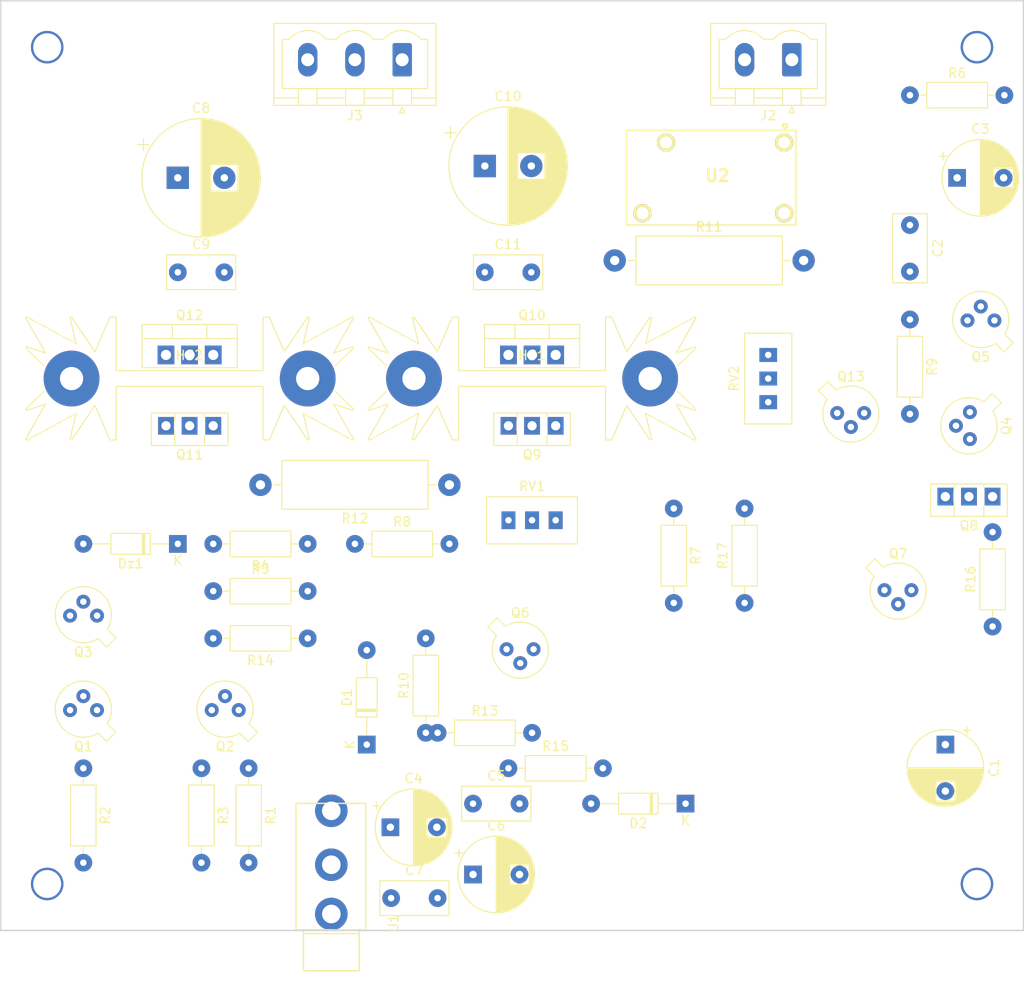
<source format=kicad_pcb>
(kicad_pcb (version 20171130) (host pcbnew "(5.1.9)-1")
  (title_block (title Amplificateur) (date 2021-04-20) (rev V0) (company "INSA GEI") (comment 1 "Par Clémence Arnal et Thomas Boursac"))
  (layers (0 F.Cu signal) (31 B.Cu signal) (34 B.Paste user) (35 F.Paste user) (36 B.SilkS user) (37 F.SilkS user) (38 B.Mask user) (39 F.Mask user) (44 Edge.Cuts user))
  (net 0 "")
  (net 1 "Net-(C1-Pad1)")
  (net 2 "Net-(C1-Pad2)")
  (net 3 "Net-(C2-Pad2)")
  (net 4 "Net-(C2-Pad1)")
  (net 5 -12V)
  (net 6 "Net-(C3-Pad1)")
  (net 7 +12V)
  (net 8 GND)
  (net 9 "Net-(D1-Pad2)")
  (net 10 "Net-(D2-Pad1)")
  (net 11 "Net-(Dz1-Pad2)")
  (net 12 "Net-(J2-Pad1)")
  (net 13 "Net-(Q1-Pad1)")
  (net 14 "Net-(Q2-Pad2)")
  (net 15 "Net-(Q2-Pad3)")
  (net 16 "Net-(Q3-Pad1)")
  (net 17 "Net-(Q4-Pad1)")
  (net 18 "Net-(Q5-Pad1)")
  (net 19 "Net-(Q6-Pad1)")
  (net 20 "Net-(Q6-Pad2)")
  (net 21 "Net-(Q6-Pad3)")
  (net 22 "Net-(Q7-Pad1)")
  (net 23 "Net-(Q8-Pad3)")
  (net 24 "Net-(Q10-Pad1)")
  (net 25 "Net-(Q10-Pad2)")
  (net 26 "Net-(Q11-Pad1)")
  (net 27 "Net-(Q11-Pad2)")
  (net 28 "Net-(R8-Pad2)")
  (net 29 "Net-(R10-Pad2)")
  (net 30 "Net-(R11-Pad2)")
  (net 31 "Net-(U1-PadTN)")
  (module CmpAmpliAudio:CP_Radial_D8.0mm_P5.00mm (layer F.Cu) (at 146.05 124.46 270)
    (fp_text reference C1 (at 2.5 -5.25 90) (layer F.SilkS))
    (fp_text value 47u)
    (pad 1 thru_hole rect (at 0 0 270) (size 1.9 1.9) (drill 0.8) (layers *.Cu *.Mask) (net 1 "Net-(C1-Pad1)"))
    (pad 2 thru_hole circle (at 5 0 270) (size 1.9 1.9) (drill 0.8) (layers *.Cu *.Mask) (net 2 "Net-(C1-Pad2)"))
  )
  (module CmpAmpliAudio:C_Rect_L7.2mm_W3.5mm_P5.00mm_FKS2_FKP2_MKS2_MKP2 (layer F.Cu) (at 142.24 68.58 270)
    (fp_text reference C2 (at 2.5 -3 90) (layer F.SilkS))
    (fp_text value C)
    (pad 2 thru_hole circle (at 5 0 270) (size 1.9 1.9) (drill 0.7) (layers *.Cu *.Mask) (net 3 "Net-(C2-Pad2)"))
    (pad 1 thru_hole circle (at 0 0 270) (size 1.9 1.9) (drill 0.7) (layers *.Cu *.Mask) (net 4 "Net-(C2-Pad1)"))
  )
  (module CmpAmpliAudio:CP_Radial_D8.0mm_P5.00mm (layer F.Cu) (at 147.32 63.5)
    (fp_text reference C3 (at 2.5 -5.25) (layer F.SilkS))
    (fp_text value 47u)
    (pad 2 thru_hole circle (at 5 0) (size 1.9 1.9) (drill 0.8) (layers *.Cu *.Mask) (net 5 -12V))
    (pad 1 thru_hole rect (at 0 0) (size 1.9 1.9) (drill 0.8) (layers *.Cu *.Mask) (net 6 "Net-(C3-Pad1)"))
  )
  (module CmpAmpliAudio:CP_Radial_D8.0mm_P5.00mm (layer F.Cu) (at 86.36 133.35)
    (fp_text reference C4 (at 2.5 -5.25) (layer F.SilkS))
    (fp_text value 10u)
    (pad 1 thru_hole rect (at 0 0) (size 1.9 1.9) (drill 0.8) (layers *.Cu *.Mask) (net 7 +12V))
    (pad 2 thru_hole circle (at 5 0) (size 1.9 1.9) (drill 0.8) (layers *.Cu *.Mask) (net 8 GND))
  )
  (module CmpAmpliAudio:C_Rect_L7.2mm_W3.5mm_P5.00mm_FKS2_FKP2_MKS2_MKP2 (layer F.Cu) (at 95.25 130.81)
    (fp_text reference C5 (at 2.5 -3) (layer F.SilkS))
    (fp_text value 100n)
    (pad 2 thru_hole circle (at 5 0) (size 1.9 1.9) (drill 0.7) (layers *.Cu *.Mask) (net 8 GND))
    (pad 1 thru_hole circle (at 0 0) (size 1.9 1.9) (drill 0.7) (layers *.Cu *.Mask) (net 7 +12V))
  )
  (module CmpAmpliAudio:CP_Radial_D8.0mm_P5.00mm (layer F.Cu) (at 95.25 138.43)
    (fp_text reference C6 (at 2.5 -5.25) (layer F.SilkS))
    (fp_text value 10u)
    (pad 2 thru_hole circle (at 5 0) (size 1.9 1.9) (drill 0.8) (layers *.Cu *.Mask) (net 5 -12V))
    (pad 1 thru_hole rect (at 0 0) (size 1.9 1.9) (drill 0.8) (layers *.Cu *.Mask) (net 8 GND))
  )
  (module CmpAmpliAudio:C_Rect_L7.2mm_W3.5mm_P5.00mm_FKS2_FKP2_MKS2_MKP2 (layer F.Cu) (at 86.44 140.97)
    (fp_text reference C7 (at 2.5 -3) (layer F.SilkS))
    (fp_text value 100n)
    (pad 1 thru_hole circle (at 0 0) (size 1.9 1.9) (drill 0.7) (layers *.Cu *.Mask) (net 8 GND))
    (pad 2 thru_hole circle (at 5 0) (size 1.9 1.9) (drill 0.7) (layers *.Cu *.Mask) (net 5 -12V))
  )
  (module CmpAmpliAudio:CP_Radial_D12.5mm_P5.00mm (layer F.Cu) (at 63.5 63.5)
    (fp_text reference C8 (at 2.5 -7.5) (layer F.SilkS))
    (fp_text value 470u)
    (pad 2 thru_hole circle (at 5 0) (size 2.4 2.4) (drill 0.8) (layers *.Cu *.Mask) (net 8 GND))
    (pad 1 thru_hole rect (at 0 0) (size 2.4 2.4) (drill 0.8) (layers *.Cu *.Mask) (net 7 +12V))
  )
  (module CmpAmpliAudio:C_Rect_L7.2mm_W3.5mm_P5.00mm_FKS2_FKP2_MKS2_MKP2 (layer F.Cu) (at 63.5 73.66)
    (fp_text reference C9 (at 2.5 -3) (layer F.SilkS))
    (fp_text value 100n)
    (pad 1 thru_hole circle (at 0 0) (size 1.9 1.9) (drill 0.7) (layers *.Cu *.Mask) (net 7 +12V))
    (pad 2 thru_hole circle (at 5 0) (size 1.9 1.9) (drill 0.7) (layers *.Cu *.Mask) (net 8 GND))
  )
  (module CmpAmpliAudio:CP_Radial_D12.5mm_P5.00mm (layer F.Cu) (at 96.52 62.23)
    (fp_text reference C10 (at 2.5 -7.5) (layer F.SilkS))
    (fp_text value 470u)
    (pad 1 thru_hole rect (at 0 0) (size 2.4 2.4) (drill 0.8) (layers *.Cu *.Mask) (net 8 GND))
    (pad 2 thru_hole circle (at 5 0) (size 2.4 2.4) (drill 0.8) (layers *.Cu *.Mask) (net 5 -12V))
  )
  (module CmpAmpliAudio:C_Rect_L7.2mm_W3.5mm_P5.00mm_FKS2_FKP2_MKS2_MKP2 (layer F.Cu) (at 96.52 73.66)
    (fp_text reference C11 (at 2.5 -3) (layer F.SilkS))
    (fp_text value 100n)
    (pad 1 thru_hole circle (at 0 0) (size 1.9 1.9) (drill 0.7) (layers *.Cu *.Mask) (net 8 GND))
    (pad 2 thru_hole circle (at 5 0) (size 1.9 1.9) (drill 0.7) (layers *.Cu *.Mask) (net 5 -12V))
  )
  (module CmpAmpliAudio:D_DO-35_SOD27_P10.16mm_Horizontal (layer F.Cu) (at 83.82 124.46 90)
    (fp_text reference D1 (at 5.08 -2.12 90) (layer F.SilkS))
    (fp_text value 1N4148)
    (fp_text user K (at 0 -1.8 90) (layer F.SilkS))
    (pad 1 thru_hole rect (at 0 0 90) (size 1.9 1.9) (drill 0.7) (layers *.Cu *.Mask) (net 7 +12V))
    (pad 2 thru_hole oval (at 10.16 0 90) (size 1.9 1.9) (drill 0.7) (layers *.Cu *.Mask) (net 9 "Net-(D1-Pad2)"))
  )
  (module CmpAmpliAudio:D_DO-35_SOD27_P10.16mm_Horizontal (layer F.Cu) (at 118.11 130.81 180)
    (fp_text reference D2 (at 5.08 -2.12) (layer F.SilkS))
    (fp_text value 1N4148)
    (fp_text user K (at 0 -1.8) (layer F.SilkS))
    (pad 2 thru_hole oval (at 10.16 0 180) (size 1.9 1.9) (drill 0.7) (layers *.Cu *.Mask) (net 6 "Net-(C3-Pad1)"))
    (pad 1 thru_hole rect (at 0 0 180) (size 1.9 1.9) (drill 0.7) (layers *.Cu *.Mask) (net 10 "Net-(D2-Pad1)"))
  )
  (module CmpAmpliAudio:D_DO-35_SOD27_P10.16mm_Horizontal (layer F.Cu) (at 63.5 102.87 180)
    (fp_text reference Dz1 (at 5.08 -2.12) (layer F.SilkS))
    (fp_text value BZX55C5V1)
    (fp_text user K (at 0 -1.8) (layer F.SilkS))
    (pad 1 thru_hole rect (at 0 0 180) (size 1.9 1.9) (drill 0.7) (layers *.Cu *.Mask) (net 7 +12V))
    (pad 2 thru_hole oval (at 10.16 0 180) (size 1.9 1.9) (drill 0.7) (layers *.Cu *.Mask) (net 11 "Net-(Dz1-Pad2)"))
  )
  (module CmpAmpliAudio:Heatsink_Fischer_SK104-STC-STIC_35x13mm_2xDrill2.5mm (layer F.Cu) (at 101.6 85.09)
    (fp_text reference HS1 (at -0.025 -2.5) (layer F.SilkS))
    (fp_text value Heatsink)
    (pad 1 thru_hole circle (at 12.7 0) (size 6 6) (drill 2.5) (layers *.Cu *.Mask))
    (pad 1 thru_hole circle (at -12.7 0 180) (size 6 6) (drill 2.5) (layers *.Cu *.Mask))
  )
  (module CmpAmpliAudio:Heatsink_Fischer_SK104-STC-STIC_35x13mm_2xDrill2.5mm (layer F.Cu) (at 64.77 85.09)
    (fp_text reference HS2 (at -0.025 -2.5) (layer F.SilkS))
    (fp_text value Heatsink)
    (pad 1 thru_hole circle (at -12.7 0 180) (size 6 6) (drill 2.5) (layers *.Cu *.Mask))
    (pad 1 thru_hole circle (at 12.7 0) (size 6 6) (drill 2.5) (layers *.Cu *.Mask))
  )
  (module CmpAmpliAudio:PhoenixContact_MSTBVA_2,5_2-G-5,08_1x02_P5.08mm_Vertical (layer F.Cu) (at 129.54 50.8 180)
    (fp_text reference J2 (at 2.54 -6) (layer F.SilkS))
    (fp_text value Conn_01x02)
    (pad 1 thru_hole roundrect (at 0 0 180) (size 2.08 3.6) (drill 1.4) (layers *.Cu *.Mask) (roundrect_rratio 0.120192) (net 12 "Net-(J2-Pad1)"))
    (pad 2 thru_hole oval (at 5.08 0 180) (size 2.08 3.6) (drill 1.4) (layers *.Cu *.Mask) (net 8 GND))
  )
  (module CmpAmpliAudio:PhoenixContact_MSTBVA_2,5_3-G-5,08_1x03_P5.08mm_Vertical (layer F.Cu) (at 87.63 50.8 180)
    (fp_text reference J3 (at 5.08 -6) (layer F.SilkS))
    (fp_text value Conn_01x03)
    (pad 1 thru_hole roundrect (at 0 0 180) (size 2.08 3.6) (drill 1.4) (layers *.Cu *.Mask) (roundrect_rratio 0.120192) (net 5 -12V))
    (pad 2 thru_hole oval (at 5.08 0 180) (size 2.08 3.6) (drill 1.4) (layers *.Cu *.Mask) (net 8 GND))
    (pad 3 thru_hole oval (at 10.16 0 180) (size 2.08 3.6) (drill 1.4) (layers *.Cu *.Mask) (net 7 +12V))
  )
  (module CmpAmpliAudio:TO-18-3 (layer F.Cu) (at 54.61 120.65 180)
    (fp_text reference Q1 (at 1.27 -4.02) (layer F.SilkS))
    (fp_text value 2N2907)
    (pad 3 thru_hole circle (at 2.7 -0.1 180) (size 1.5 1.5) (drill 0.7) (layers *.Cu *.Mask) (net 3 "Net-(C2-Pad2)"))
    (pad 2 thru_hole circle (at 1.27 1.4 180) (size 1.5 1.5) (drill 0.7) (layers *.Cu *.Mask) (net 1 "Net-(C1-Pad1)"))
    (pad 1 thru_hole circle (at -0.2 -0.1 180) (size 1.5 1.5) (drill 0.7) (layers *.Cu *.Mask) (net 13 "Net-(Q1-Pad1)"))
  )
  (module CmpAmpliAudio:TO-18-3 (layer F.Cu) (at 69.85 120.65 180)
    (fp_text reference Q2 (at 1.27 -4.02) (layer F.SilkS))
    (fp_text value 2N2907)
    (pad 1 thru_hole circle (at -0.2 -0.1 180) (size 1.5 1.5) (drill 0.7) (layers *.Cu *.Mask) (net 13 "Net-(Q1-Pad1)"))
    (pad 2 thru_hole circle (at 1.27 1.4 180) (size 1.5 1.5) (drill 0.7) (layers *.Cu *.Mask) (net 14 "Net-(Q2-Pad2)"))
    (pad 3 thru_hole circle (at 2.7 -0.1 180) (size 1.5 1.5) (drill 0.7) (layers *.Cu *.Mask) (net 15 "Net-(Q2-Pad3)"))
  )
  (module CmpAmpliAudio:TO-18-3 (layer F.Cu) (at 54.61 110.49 180)
    (fp_text reference Q3 (at 1.27 -4.02) (layer F.SilkS))
    (fp_text value 2N2907)
    (pad 3 thru_hole circle (at 2.7 -0.1 180) (size 1.5 1.5) (drill 0.7) (layers *.Cu *.Mask) (net 13 "Net-(Q1-Pad1)"))
    (pad 2 thru_hole circle (at 1.27 1.4 180) (size 1.5 1.5) (drill 0.7) (layers *.Cu *.Mask) (net 11 "Net-(Dz1-Pad2)"))
    (pad 1 thru_hole circle (at -0.2 -0.1 180) (size 1.5 1.5) (drill 0.7) (layers *.Cu *.Mask) (net 16 "Net-(Q3-Pad1)"))
  )
  (module CmpAmpliAudio:TO-18-3 (layer F.Cu) (at 148.59 88.9 270)
    (fp_text reference Q4 (at 1.27 -4.02 90) (layer F.SilkS))
    (fp_text value 2N2222)
    (pad 1 thru_hole circle (at -0.2 -0.1 270) (size 1.5 1.5) (drill 0.7) (layers *.Cu *.Mask) (net 17 "Net-(Q4-Pad1)"))
    (pad 2 thru_hole circle (at 1.27 1.4 270) (size 1.5 1.5) (drill 0.7) (layers *.Cu *.Mask) (net 3 "Net-(C2-Pad2)"))
    (pad 3 thru_hole circle (at 2.7 -0.1 270) (size 1.5 1.5) (drill 0.7) (layers *.Cu *.Mask) (net 4 "Net-(C2-Pad1)"))
  )
  (module CmpAmpliAudio:TO-18-3 (layer F.Cu) (at 151.13 78.74 180)
    (fp_text reference Q5 (at 1.27 -4.02) (layer F.SilkS))
    (fp_text value 2N2222)
    (pad 3 thru_hole circle (at 2.7 -0.1 180) (size 1.5 1.5) (drill 0.7) (layers *.Cu *.Mask) (net 4 "Net-(C2-Pad1)"))
    (pad 2 thru_hole circle (at 1.27 1.4 180) (size 1.5 1.5) (drill 0.7) (layers *.Cu *.Mask) (net 17 "Net-(Q4-Pad1)"))
    (pad 1 thru_hole circle (at -0.2 -0.1 180) (size 1.5 1.5) (drill 0.7) (layers *.Cu *.Mask) (net 18 "Net-(Q5-Pad1)"))
  )
  (module CmpAmpliAudio:TO-18-3 (layer F.Cu) (at 99.06 114.3)
    (fp_text reference Q6 (at 1.27 -4.02) (layer F.SilkS))
    (fp_text value 2N2907)
    (pad 1 thru_hole circle (at -0.2 -0.1) (size 1.5 1.5) (drill 0.7) (layers *.Cu *.Mask) (net 19 "Net-(Q6-Pad1)"))
    (pad 2 thru_hole circle (at 1.27 1.4) (size 1.5 1.5) (drill 0.7) (layers *.Cu *.Mask) (net 20 "Net-(Q6-Pad2)"))
    (pad 3 thru_hole circle (at 2.7 -0.1) (size 1.5 1.5) (drill 0.7) (layers *.Cu *.Mask) (net 21 "Net-(Q6-Pad3)"))
  )
  (module CmpAmpliAudio:TO-18-3 (layer F.Cu) (at 139.7 107.95)
    (fp_text reference Q7 (at 1.27 -4.02) (layer F.SilkS))
    (fp_text value 2N2907)
    (pad 3 thru_hole circle (at 2.7 -0.1) (size 1.5 1.5) (drill 0.7) (layers *.Cu *.Mask) (net 20 "Net-(Q6-Pad2)"))
    (pad 2 thru_hole circle (at 1.27 1.4) (size 1.5 1.5) (drill 0.7) (layers *.Cu *.Mask) (net 20 "Net-(Q6-Pad2)"))
    (pad 1 thru_hole circle (at -0.2 -0.1) (size 1.5 1.5) (drill 0.7) (layers *.Cu *.Mask) (net 22 "Net-(Q7-Pad1)"))
  )
  (module CmpAmpliAudio:TO-126-3_Vertical (layer F.Cu) (at 151.13 97.79 180)
    (fp_text reference Q8 (at 2.54 -3.12) (layer F.SilkS))
    (fp_text value BD139)
    (pad 1 thru_hole rect (at 0 0 180) (size 1.7 1.9) (drill 1) (layers *.Cu *.Mask) (net 4 "Net-(C2-Pad1)"))
    (pad 2 thru_hole rect (at 2.54 0 180) (size 1.7 1.9) (drill 1) (layers *.Cu *.Mask) (net 21 "Net-(Q6-Pad3)"))
    (pad 3 thru_hole rect (at 5.08 0 180) (size 1.7 1.9) (drill 1) (layers *.Cu *.Mask) (net 23 "Net-(Q8-Pad3)"))
  )
  (module CmpAmpliAudio:TO-126-3_Vertical (layer F.Cu) (at 104.14 90.17 180)
    (fp_text reference Q9 (at 2.54 -3.12) (layer F.SilkS))
    (fp_text value BD139)
    (pad 3 thru_hole rect (at 5.08 0 180) (size 1.7 1.9) (drill 1) (layers *.Cu *.Mask) (net 21 "Net-(Q6-Pad3)"))
    (pad 2 thru_hole rect (at 2.54 0 180) (size 1.7 1.9) (drill 1) (layers *.Cu *.Mask) (net 24 "Net-(Q10-Pad1)"))
    (pad 1 thru_hole rect (at 0 0 180) (size 1.7 1.9) (drill 1) (layers *.Cu *.Mask) (net 25 "Net-(Q10-Pad2)"))
  )
  (module CmpAmpliAudio:TO-220-3_Vertical (layer F.Cu) (at 99.06 82.55)
    (fp_text reference Q10 (at 2.54 -4.27) (layer F.SilkS))
    (fp_text value TIP32)
    (pad 1 thru_hole rect (at 0 0) (size 1.8 2) (drill 1.1) (layers *.Cu *.Mask) (net 24 "Net-(Q10-Pad1)"))
    (pad 2 thru_hole rect (at 2.54 0) (size 1.8 2) (drill 1.1) (layers *.Cu *.Mask) (net 25 "Net-(Q10-Pad2)"))
    (pad 3 thru_hole rect (at 5.08 0) (size 1.8 2) (drill 1.1) (layers *.Cu *.Mask) (net 7 +12V))
  )
  (module CmpAmpliAudio:TO-126-3_Vertical (layer F.Cu) (at 67.31 90.17 180)
    (fp_text reference Q11 (at 2.54 -3.12) (layer F.SilkS))
    (fp_text value BD138)
    (pad 1 thru_hole rect (at 0 0 180) (size 1.7 1.9) (drill 1) (layers *.Cu *.Mask) (net 26 "Net-(Q11-Pad1)"))
    (pad 2 thru_hole rect (at 2.54 0 180) (size 1.7 1.9) (drill 1) (layers *.Cu *.Mask) (net 27 "Net-(Q11-Pad2)"))
    (pad 3 thru_hole rect (at 5.08 0 180) (size 1.7 1.9) (drill 1) (layers *.Cu *.Mask) (net 4 "Net-(C2-Pad1)"))
  )
  (module CmpAmpliAudio:TO-220-3_Vertical (layer F.Cu) (at 62.23 82.55)
    (fp_text reference Q12 (at 2.54 -4.27) (layer F.SilkS))
    (fp_text value TIP31)
    (pad 3 thru_hole rect (at 5.08 0) (size 1.8 2) (drill 1.1) (layers *.Cu *.Mask) (net 5 -12V))
    (pad 2 thru_hole rect (at 2.54 0) (size 1.8 2) (drill 1.1) (layers *.Cu *.Mask) (net 26 "Net-(Q11-Pad1)"))
    (pad 1 thru_hole rect (at 0 0) (size 1.8 2) (drill 1.1) (layers *.Cu *.Mask) (net 27 "Net-(Q11-Pad2)"))
  )
  (module CmpAmpliAudio:TO-18-3 (layer F.Cu) (at 134.62 88.9)
    (fp_text reference Q13 (at 1.27 -4.02) (layer F.SilkS))
    (fp_text value 2N2222)
    (pad 1 thru_hole circle (at -0.2 -0.1) (size 1.5 1.5) (drill 0.7) (layers *.Cu *.Mask) (net 8 GND))
    (pad 2 thru_hole circle (at 1.27 1.4) (size 1.5 1.5) (drill 0.7) (layers *.Cu *.Mask) (net 10 "Net-(D2-Pad1)"))
    (pad 3 thru_hole circle (at 2.7 -0.1) (size 1.5 1.5) (drill 0.7) (layers *.Cu *.Mask) (net 9 "Net-(D1-Pad2)"))
  )
  (module CmpAmpliAudio:R_Axial_DIN0207_L6.3mm_D2.5mm_P10.16mm_Horizontal (layer F.Cu) (at 71.12 127 270)
    (fp_text reference R1 (at 5.08 -2.37 90) (layer F.SilkS))
    (fp_text value R)
    (pad 2 thru_hole circle (at 10.16 0 270) (size 1.9 1.9) (drill 0.7) (layers *.Cu *.Mask) (net 8 GND))
    (pad 1 thru_hole circle (at 0 0 270) (size 1.9 1.9) (drill 0.7) (layers *.Cu *.Mask) (net 1 "Net-(C1-Pad1)"))
  )
  (module CmpAmpliAudio:R_Axial_DIN0207_L6.3mm_D2.5mm_P10.16mm_Horizontal (layer F.Cu) (at 53.34 127 270)
    (fp_text reference R2 (at 5.08 -2.37 90) (layer F.SilkS))
    (fp_text value R)
    (pad 2 thru_hole circle (at 10.16 0 270) (size 1.9 1.9) (drill 0.7) (layers *.Cu *.Mask) (net 5 -12V))
    (pad 1 thru_hole circle (at 0 0 270) (size 1.9 1.9) (drill 0.7) (layers *.Cu *.Mask) (net 3 "Net-(C2-Pad2)"))
  )
  (module CmpAmpliAudio:R_Axial_DIN0207_L6.3mm_D2.5mm_P10.16mm_Horizontal (layer F.Cu) (at 66.04 127 270)
    (fp_text reference R3 (at 5.08 -2.37 90) (layer F.SilkS))
    (fp_text value R)
    (pad 1 thru_hole circle (at 0 0 270) (size 1.9 1.9) (drill 0.7) (layers *.Cu *.Mask) (net 15 "Net-(Q2-Pad3)"))
    (pad 2 thru_hole circle (at 10.16 0 270) (size 1.9 1.9) (drill 0.7) (layers *.Cu *.Mask) (net 5 -12V))
  )
  (module CmpAmpliAudio:R_Axial_DIN0207_L6.3mm_D2.5mm_P10.16mm_Horizontal (layer F.Cu) (at 77.47 102.87 180)
    (fp_text reference R4 (at 5.08 -2.37) (layer F.SilkS))
    (fp_text value R)
    (pad 1 thru_hole circle (at 0 0 180) (size 1.9 1.9) (drill 0.7) (layers *.Cu *.Mask) (net 7 +12V))
    (pad 2 thru_hole circle (at 10.16 0 180) (size 1.9 1.9) (drill 0.7) (layers *.Cu *.Mask) (net 16 "Net-(Q3-Pad1)"))
  )
  (module CmpAmpliAudio:R_Axial_DIN0207_L6.3mm_D2.5mm_P10.16mm_Horizontal (layer F.Cu) (at 67.31 107.95)
    (fp_text reference R5 (at 5.08 -2.37) (layer F.SilkS))
    (fp_text value R)
    (pad 2 thru_hole circle (at 10.16 0) (size 1.9 1.9) (drill 0.7) (layers *.Cu *.Mask) (net 8 GND))
    (pad 1 thru_hole circle (at 0 0) (size 1.9 1.9) (drill 0.7) (layers *.Cu *.Mask) (net 11 "Net-(Dz1-Pad2)"))
  )
  (module CmpAmpliAudio:R_Axial_DIN0207_L6.3mm_D2.5mm_P10.16mm_Horizontal (layer F.Cu) (at 142.24 54.61)
    (fp_text reference R6 (at 5.08 -2.37) (layer F.SilkS))
    (fp_text value R)
    (pad 2 thru_hole circle (at 10.16 0) (size 1.9 1.9) (drill 0.7) (layers *.Cu *.Mask) (net 5 -12V))
    (pad 1 thru_hole circle (at 0 0) (size 1.9 1.9) (drill 0.7) (layers *.Cu *.Mask) (net 18 "Net-(Q5-Pad1)"))
  )
  (module CmpAmpliAudio:R_Axial_DIN0207_L6.3mm_D2.5mm_P10.16mm_Horizontal (layer F.Cu) (at 116.84 99.06 270)
    (fp_text reference R7 (at 5.08 -2.37 90) (layer F.SilkS))
    (fp_text value R)
    (pad 1 thru_hole circle (at 0 0 270) (size 1.9 1.9) (drill 0.7) (layers *.Cu *.Mask) (net 7 +12V))
    (pad 2 thru_hole circle (at 10.16 0 270) (size 1.9 1.9) (drill 0.7) (layers *.Cu *.Mask) (net 19 "Net-(Q6-Pad1)"))
  )
  (module CmpAmpliAudio:R_Axial_DIN0207_L6.3mm_D2.5mm_P10.16mm_Horizontal (layer F.Cu) (at 82.55 102.87)
    (fp_text reference R8 (at 5.08 -2.37) (layer F.SilkS))
    (fp_text value R)
    (pad 1 thru_hole circle (at 0 0) (size 1.9 1.9) (drill 0.7) (layers *.Cu *.Mask) (net 4 "Net-(C2-Pad1)"))
    (pad 2 thru_hole circle (at 10.16 0) (size 1.9 1.9) (drill 0.7) (layers *.Cu *.Mask) (net 28 "Net-(R8-Pad2)"))
  )
  (module CmpAmpliAudio:R_Axial_DIN0207_L6.3mm_D2.5mm_P10.16mm_Horizontal (layer F.Cu) (at 142.24 78.74 270)
    (fp_text reference R9 (at 5.08 -2.37 90) (layer F.SilkS))
    (fp_text value R)
    (pad 2 thru_hole circle (at 10.16 0 270) (size 1.9 1.9) (drill 0.7) (layers *.Cu *.Mask) (net 22 "Net-(Q7-Pad1)"))
    (pad 1 thru_hole circle (at 0 0 270) (size 1.9 1.9) (drill 0.7) (layers *.Cu *.Mask) (net 7 +12V))
  )
  (module CmpAmpliAudio:R_Axial_DIN0207_L6.3mm_D2.5mm_P10.16mm_Horizontal (layer F.Cu) (at 90.17 123.19 90)
    (fp_text reference R10 (at 5.08 -2.37 90) (layer F.SilkS))
    (fp_text value R)
    (pad 1 thru_hole circle (at 0 0 90) (size 1.9 1.9) (drill 0.7) (layers *.Cu *.Mask) (net 20 "Net-(Q6-Pad2)"))
    (pad 2 thru_hole circle (at 10.16 0 90) (size 1.9 1.9) (drill 0.7) (layers *.Cu *.Mask) (net 29 "Net-(R10-Pad2)"))
  )
  (module CmpAmpliAudio:R_Axial_DIN0516_L15.5mm_D5.0mm_P20.32mm_Horizontal (layer F.Cu) (at 110.49 72.39)
    (fp_text reference R11 (at 10.16 -3.62) (layer F.SilkS))
    (fp_text value R)
    (pad 1 thru_hole circle (at 0 0) (size 2.4 2.4) (drill 1) (layers *.Cu *.Mask) (net 25 "Net-(Q10-Pad2)"))
    (pad 2 thru_hole oval (at 20.32 0) (size 2.4 2.4) (drill 1) (layers *.Cu *.Mask) (net 30 "Net-(R11-Pad2)"))
  )
  (module CmpAmpliAudio:R_Axial_DIN0516_L15.5mm_D5.0mm_P20.32mm_Horizontal (layer F.Cu) (at 92.71 96.52 180)
    (fp_text reference R12 (at 10.16 -3.62) (layer F.SilkS))
    (fp_text value R)
    (pad 2 thru_hole oval (at 20.32 0 180) (size 2.4 2.4) (drill 1) (layers *.Cu *.Mask) (net 26 "Net-(Q11-Pad1)"))
    (pad 1 thru_hole circle (at 0 0 180) (size 2.4 2.4) (drill 1) (layers *.Cu *.Mask) (net 30 "Net-(R11-Pad2)"))
  )
  (module CmpAmpliAudio:R_Axial_DIN0207_L6.3mm_D2.5mm_P10.16mm_Horizontal (layer F.Cu) (at 91.44 123.19)
    (fp_text reference R13 (at 5.08 -2.37) (layer F.SilkS))
    (fp_text value R)
    (pad 1 thru_hole circle (at 0 0) (size 1.9 1.9) (drill 0.7) (layers *.Cu *.Mask) (net 30 "Net-(R11-Pad2)"))
    (pad 2 thru_hole circle (at 10.16 0) (size 1.9 1.9) (drill 0.7) (layers *.Cu *.Mask) (net 8 GND))
  )
  (module CmpAmpliAudio:R_Axial_DIN0207_L6.3mm_D2.5mm_P10.16mm_Horizontal (layer F.Cu) (at 77.47 113.03 180)
    (fp_text reference R14 (at 5.08 -2.37) (layer F.SilkS))
    (fp_text value R)
    (pad 2 thru_hole circle (at 10.16 0 180) (size 1.9 1.9) (drill 0.7) (layers *.Cu *.Mask) (net 14 "Net-(Q2-Pad2)"))
    (pad 1 thru_hole circle (at 0 0 180) (size 1.9 1.9) (drill 0.7) (layers *.Cu *.Mask) (net 30 "Net-(R11-Pad2)"))
  )
  (module CmpAmpliAudio:R_Axial_DIN0207_L6.3mm_D2.5mm_P10.16mm_Horizontal (layer F.Cu) (at 99.06 127)
    (fp_text reference R15 (at 5.08 -2.37) (layer F.SilkS))
    (fp_text value R)
    (pad 1 thru_hole circle (at 0 0) (size 1.9 1.9) (drill 0.7) (layers *.Cu *.Mask) (net 14 "Net-(Q2-Pad2)"))
    (pad 2 thru_hole circle (at 10.16 0) (size 1.9 1.9) (drill 0.7) (layers *.Cu *.Mask) (net 8 GND))
  )
  (module CmpAmpliAudio:R_Axial_DIN0207_L6.3mm_D2.5mm_P10.16mm_Horizontal (layer F.Cu) (at 151.13 111.76 90)
    (fp_text reference R16 (at 5.08 -2.37 90) (layer F.SilkS))
    (fp_text value R)
    (pad 2 thru_hole circle (at 10.16 0 90) (size 1.9 1.9) (drill 0.7) (layers *.Cu *.Mask) (net 6 "Net-(C3-Pad1)"))
    (pad 1 thru_hole circle (at 0 0 90) (size 1.9 1.9) (drill 0.7) (layers *.Cu *.Mask) (net 7 +12V))
  )
  (module CmpAmpliAudio:R_Axial_DIN0207_L6.3mm_D2.5mm_P10.16mm_Horizontal (layer F.Cu) (at 124.46 109.22 90)
    (fp_text reference R17 (at 5.08 -2.37 90) (layer F.SilkS))
    (fp_text value R)
    (pad 1 thru_hole circle (at 0 0 90) (size 1.9 1.9) (drill 0.7) (layers *.Cu *.Mask) (net 10 "Net-(D2-Pad1)"))
    (pad 2 thru_hole circle (at 10.16 0 90) (size 1.9 1.9) (drill 0.7) (layers *.Cu *.Mask) (net 8 GND))
  )
  (module CmpAmpliAudio:Potentiometer_Bourns_3296W_Vertical (layer F.Cu) (at 104.14 100.33)
    (fp_text reference RV1 (at -2.54 -3.66) (layer F.SilkS))
    (fp_text value R_POT)
    (pad 3 thru_hole rect (at -5.08 0) (size 1.5 1.9) (drill 0.7) (layers *.Cu *.Mask) (net 28 "Net-(R8-Pad2)"))
    (pad 2 thru_hole rect (at -2.54 0) (size 1.5 1.9) (drill 0.7) (layers *.Cu *.Mask) (net 23 "Net-(Q8-Pad3)"))
    (pad 1 thru_hole rect (at 0 0) (size 1.5 1.9) (drill 0.7) (layers *.Cu *.Mask) (net 21 "Net-(Q6-Pad3)"))
  )
  (module CmpAmpliAudio:Potentiometer_Bourns_3296W_Vertical (layer F.Cu) (at 127 82.55 90)
    (fp_text reference RV2 (at -2.54 -3.66 90) (layer F.SilkS))
    (fp_text value R_POT)
    (pad 1 thru_hole rect (at 0 0 90) (size 1.5 1.9) (drill 0.7) (layers *.Cu *.Mask) (net 8 GND))
    (pad 2 thru_hole rect (at -2.54 0 90) (size 1.5 1.9) (drill 0.7) (layers *.Cu *.Mask) (net 29 "Net-(R10-Pad2)"))
    (pad 3 thru_hole rect (at -5.08 0 90) (size 1.5 1.9) (drill 0.7) (layers *.Cu *.Mask) (net 29 "Net-(R10-Pad2)"))
  )
  (module CmpAmpliAudio:Jack_35RAPC2AV (layer F.Cu) (at 80.01 144.78 90)
    (fp_text reference U1 (at 1.1 6.7 90) (layer F.SilkS))
    (fp_text value Jack_Mono)
    (pad TN thru_hole circle (at 13.2 0 90) (size 3.5 3.5) (drill 2) (layers *.Cu *.Mask) (net 31 "Net-(U1-PadTN)"))
    (pad G thru_hole circle (at 2.1 0 90) (size 3.5 3.5) (drill 2) (layers *.Cu *.Mask) (net 8 GND))
    (pad T thru_hole circle (at 7.4 0 90) (size 3.5 3.5) (drill 2) (layers *.Cu *.Mask) (net 2 "Net-(C1-Pad2)"))
  )
  (module OJ-SS-112LMH2_005:OJ-SS-112HM.000_1 (layer F.Cu) (at 111.76 63.5 180)
    (fp_text reference U2 (at -9.767 0.231) (layer F.SilkS) (effects (font (size 1.27 1.27) (thickness 0.254))))
    (fp_text value Relay_1CT hide)
    (pad 1 thru_hole circle (at -16.95 3.8 270) (size 1.95 1.95) (drill 1.3) (layers *.Cu *.Mask F.SilkS) (net 30 "Net-(R11-Pad2)"))
    (pad 2 thru_hole circle (at -4.25 3.8 270) (size 1.95 1.95) (drill 1.3) (layers *.Cu *.Mask F.SilkS) (net 9 "Net-(D1-Pad2)"))
    (pad 3 thru_hole circle (at -1.71 -3.8 270) (size 1.95 1.95) (drill 1.3) (layers *.Cu *.Mask F.SilkS) (net 7 +12V))
    (pad 4 thru_hole circle (at -16.95 -3.8 270) (size 1.95 1.95) (drill 1.3) (layers *.Cu *.Mask F.SilkS) (net 12 "Net-(J2-Pad1)"))
  )
  (gr_line (start 44.45 44.45) (end 44.45 144.45) (layer Edge.Cuts) (width 0.15))
  (gr_line (start 44.45 144.45) (end 154.45 144.45) (layer Edge.Cuts) (width 0.15))
  (gr_line (start 154.45 44.45) (end 154.45 144.45) (layer Edge.Cuts) (width 0.15))
  (gr_line (start 44.45 44.45) (end 154.45 44.45) (layer Edge.Cuts) (width 0.15))
  (via (at 49.45 49.45) (size 3.5) (drill 3) (layers F.Cu B.Cu) (net 0))
  (via (at 149.45 49.45) (size 3.5) (drill 3) (layers F.Cu B.Cu) (net 0))
  (via (at 49.45 139.45) (size 3.5) (drill 3) (layers F.Cu B.Cu) (net 0))
  (via (at 149.45 139.45) (size 3.5) (drill 3) (layers F.Cu B.Cu) (net 0))
)
</source>
